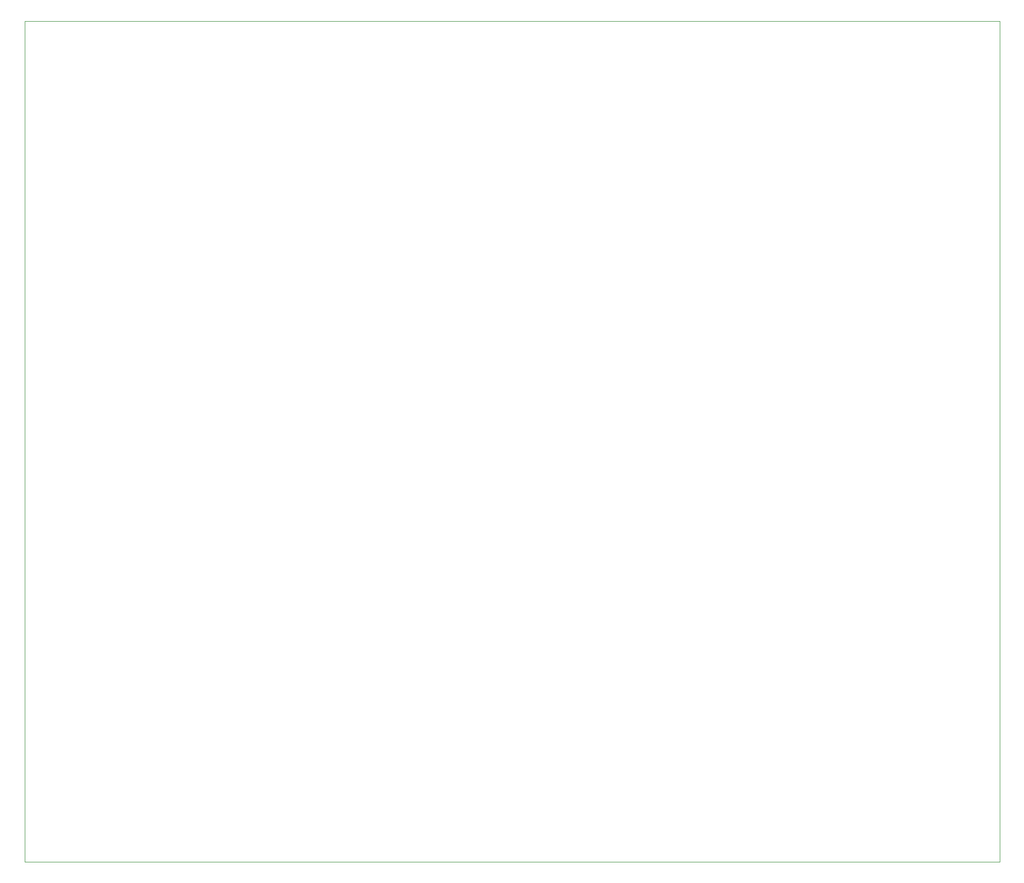
<source format=gbr>
G04 (created by PCBNEW (2013-07-07 BZR 4022)-stable) date 11/2/2014 12:02:25 AM*
%MOIN*%
G04 Gerber Fmt 3.4, Leading zero omitted, Abs format*
%FSLAX34Y34*%
G01*
G70*
G90*
G04 APERTURE LIST*
%ADD10C,0.00590551*%
%ADD11C,0.00393701*%
G04 APERTURE END LIST*
G54D10*
G54D11*
X11811Y-66141D02*
X11811Y-11811D01*
X74803Y-66141D02*
X11811Y-66141D01*
X74803Y-11811D02*
X74803Y-66141D01*
X11811Y-11811D02*
X74803Y-11811D01*
M02*

</source>
